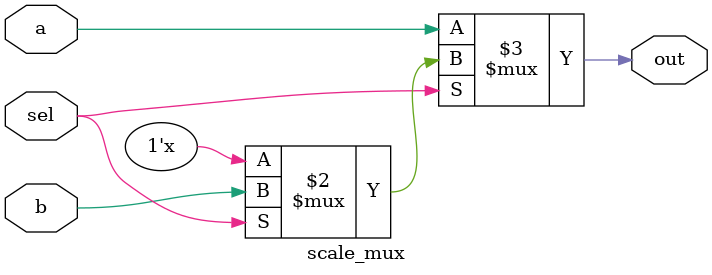
<source format=v>
/**************************************************
* 2-TO-1 N-BIT WIDE SCALABLE MUX *
**************************************************/

module scale_mux (out, sel, b, a);

parameter size = 1;

output [size-1:0] out;
input [size-1:0] b, a;
input sel;

assign out = (!sel) ? a :
             (sel) ? b :
             {size{1'bx}};

endmodule
</source>
